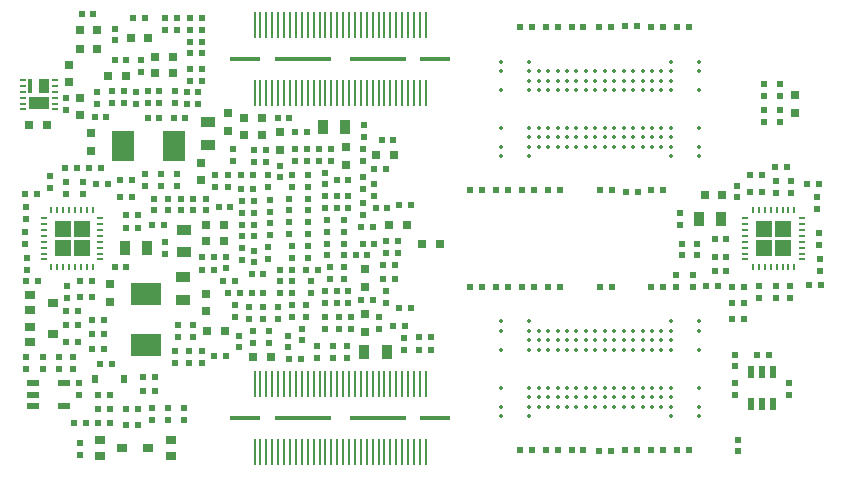
<source format=gbp>
%FSLAX44Y44*%
%MOMM*%
G71*
G01*
G75*
G04 Layer_Color=128*
%ADD10C,0.3500*%
%ADD11R,1.6000X3.9000*%
%ADD12R,5.2000X5.2000*%
%ADD13R,0.6000X0.2500*%
%ADD14R,0.2500X0.6000*%
%ADD15R,0.5000X0.6000*%
%ADD16R,0.2500X0.5000*%
%ADD17R,2.4000X0.8400*%
%ADD18R,3.4000X4.0000*%
%ADD19R,0.9000X0.4500*%
%ADD20R,0.6000X0.5000*%
%ADD21R,0.5000X0.5000*%
%ADD22R,0.5000X0.5000*%
%ADD23R,0.8000X0.8000*%
%ADD24R,0.7500X1.4000*%
%ADD25R,0.8000X0.8000*%
%ADD26R,1.8288X3.4290*%
%ADD27R,3.4290X1.8288*%
%ADD28R,0.9000X1.6000*%
%ADD29R,1.6000X0.9000*%
%ADD30R,1.2000X0.5800*%
%ADD31C,1.0160*%
%ADD32C,0.4000*%
%ADD33C,0.6350*%
%ADD34R,0.7000X0.9000*%
%ADD35C,0.0930*%
%ADD36C,0.3000*%
%ADD37C,0.0900*%
%ADD38C,0.2500*%
%ADD39C,0.4000*%
%ADD40C,0.1010*%
%ADD41C,0.2000*%
%ADD42C,0.5000*%
%ADD43C,0.7000*%
%ADD44C,5.0000*%
%ADD45C,0.2700*%
%ADD46C,0.4500*%
%ADD47C,0.1000*%
%ADD48C,3.6830*%
%ADD49C,0.0800*%
%ADD50C,0.6000*%
%ADD51C,0.8000*%
%ADD52C,0.0850*%
%ADD53C,1.2500*%
%ADD54R,1.9000X2.6000*%
%ADD55R,0.2800X2.2700*%
%ADD56R,2.5400X0.4300*%
%ADD57R,4.7000X0.4300*%
%ADD58R,1.3000X0.9000*%
%ADD59R,0.9000X1.3000*%
%ADD60R,0.5588X0.6858*%
%ADD61R,0.9000X0.7000*%
%ADD62R,1.8000X1.1250*%
%ADD63R,0.4800X0.2300*%
%ADD64R,0.4000X1.1900*%
%ADD65R,0.9000X1.1900*%
%ADD66R,3.3000X3.3000*%
%ADD67R,0.6000X0.2300*%
%ADD68R,0.2300X0.6000*%
%ADD69R,2.6000X1.9000*%
%ADD70R,1.0000X0.5500*%
%ADD71R,0.5500X1.0000*%
%ADD72C,0.3500*%
%ADD73C,0.2800*%
%ADD74C,0.2200*%
%ADD75C,0.4500*%
%ADD76C,0.1500*%
%ADD77C,0.2540*%
%ADD78C,0.1270*%
%ADD79R,2.4000X2.4000*%
%ADD80R,5.2508X5.2508*%
%ADD81R,0.6600X0.3100*%
%ADD82R,0.3100X0.6600*%
%ADD83R,0.7032X0.8032*%
%ADD84R,0.3900X0.6400*%
%ADD85R,2.5400X0.9800*%
%ADD86R,3.6032X4.2032*%
%ADD87R,1.1032X0.6532*%
%ADD88R,0.8032X0.7032*%
%ADD89R,0.7032X0.7032*%
%ADD90R,0.7032X0.7032*%
%ADD91R,1.0032X1.0032*%
%ADD92R,0.9532X1.6032*%
%ADD93R,1.0032X1.0032*%
%ADD94R,2.0320X3.6322*%
%ADD95R,3.6322X2.0320*%
%ADD96R,1.1032X1.8032*%
%ADD97R,1.8032X1.1032*%
%ADD98R,1.4032X0.7832*%
%ADD99C,1.3160*%
%ADD100C,0.5000*%
%ADD101C,0.7366*%
%ADD102R,0.9032X1.1032*%
%ADD103C,5.2032*%
%ADD104C,0.2032*%
%ADD105R,2.1032X2.8032*%
%ADD106R,0.3816X2.3716*%
%ADD107R,2.6924X0.5824*%
%ADD108R,4.8524X0.5824*%
%ADD109R,1.5032X1.1032*%
%ADD110R,1.1032X1.5032*%
%ADD111R,0.7112X0.8382*%
%ADD112R,1.1032X0.9032*%
%ADD113R,1.8508X1.1758*%
%ADD114R,0.6324X0.3824*%
%ADD115R,0.5524X1.3424*%
%ADD116R,0.9508X1.2408*%
%ADD117R,3.4016X3.4016*%
%ADD118R,0.7016X0.3316*%
%ADD119R,0.3316X0.7016*%
%ADD120R,2.8032X2.1032*%
%ADD121R,1.2032X0.7532*%
%ADD122R,0.7532X1.2032*%
%ADD123R,1.4000X1.4000*%
D10*
X560000Y58000D02*
D03*
X552000D02*
D03*
X544000D02*
D03*
X536000D02*
D03*
X528000D02*
D03*
X520000D02*
D03*
X512000D02*
D03*
X504000D02*
D03*
X496000D02*
D03*
X488000D02*
D03*
X480000D02*
D03*
X472000D02*
D03*
X464000D02*
D03*
X456000D02*
D03*
X448000D02*
D03*
X440000D02*
D03*
X560000Y66000D02*
D03*
X552000D02*
D03*
X544000D02*
D03*
X536000D02*
D03*
X528000D02*
D03*
X520000D02*
D03*
X512000D02*
D03*
X504000D02*
D03*
X496000D02*
D03*
X488000D02*
D03*
X480000D02*
D03*
X472000D02*
D03*
X464000D02*
D03*
X456000D02*
D03*
X448000D02*
D03*
X440000D02*
D03*
X560000Y74000D02*
D03*
X552000D02*
D03*
X544000D02*
D03*
X536000D02*
D03*
X528000D02*
D03*
X520000D02*
D03*
X512000D02*
D03*
X504000D02*
D03*
X496000D02*
D03*
X488000D02*
D03*
X480000D02*
D03*
X472000D02*
D03*
X464000D02*
D03*
X456000D02*
D03*
X448000D02*
D03*
X440000D02*
D03*
X560000Y106000D02*
D03*
X552000D02*
D03*
X544000D02*
D03*
X536000D02*
D03*
X528000D02*
D03*
X520000D02*
D03*
X512000D02*
D03*
X504000D02*
D03*
X496000D02*
D03*
X488000D02*
D03*
X480000D02*
D03*
X472000D02*
D03*
X464000D02*
D03*
X456000D02*
D03*
X448000D02*
D03*
X440000D02*
D03*
X560000Y114000D02*
D03*
X552000D02*
D03*
X544000D02*
D03*
X536000D02*
D03*
X528000D02*
D03*
X520000D02*
D03*
X512000D02*
D03*
X504000D02*
D03*
X496000D02*
D03*
X488000D02*
D03*
X480000D02*
D03*
X472000D02*
D03*
X464000D02*
D03*
X456000D02*
D03*
X448000D02*
D03*
X440000D02*
D03*
X560000Y122000D02*
D03*
X552000D02*
D03*
X544000D02*
D03*
X536000D02*
D03*
X528000D02*
D03*
X520000D02*
D03*
X512000D02*
D03*
X504000D02*
D03*
X496000D02*
D03*
X488000D02*
D03*
X480000D02*
D03*
X472000D02*
D03*
X464000D02*
D03*
X456000D02*
D03*
X448000D02*
D03*
X440000D02*
D03*
Y130000D02*
D03*
Y50000D02*
D03*
X560000D02*
D03*
Y130000D02*
D03*
X584000Y74000D02*
D03*
Y106000D02*
D03*
X416000Y74000D02*
D03*
Y106000D02*
D03*
Y130000D02*
D03*
Y122000D02*
D03*
Y50000D02*
D03*
Y58000D02*
D03*
X584000D02*
D03*
Y50000D02*
D03*
Y122000D02*
D03*
Y130000D02*
D03*
X560000Y278000D02*
D03*
X552000D02*
D03*
X544000D02*
D03*
X536000D02*
D03*
X528000D02*
D03*
X520000D02*
D03*
X512000D02*
D03*
X504000D02*
D03*
X496000D02*
D03*
X488000D02*
D03*
X480000D02*
D03*
X472000D02*
D03*
X464000D02*
D03*
X456000D02*
D03*
X448000D02*
D03*
X440000D02*
D03*
X560000Y286000D02*
D03*
X552000D02*
D03*
X544000D02*
D03*
X536000D02*
D03*
X528000D02*
D03*
X520000D02*
D03*
X512000D02*
D03*
X504000D02*
D03*
X496000D02*
D03*
X488000D02*
D03*
X480000D02*
D03*
X472000D02*
D03*
X464000D02*
D03*
X456000D02*
D03*
X448000D02*
D03*
X440000D02*
D03*
X560000Y294000D02*
D03*
X552000D02*
D03*
X544000D02*
D03*
X536000D02*
D03*
X528000D02*
D03*
X520000D02*
D03*
X512000D02*
D03*
X504000D02*
D03*
X496000D02*
D03*
X488000D02*
D03*
X480000D02*
D03*
X472000D02*
D03*
X464000D02*
D03*
X456000D02*
D03*
X448000D02*
D03*
X440000D02*
D03*
X560000Y326000D02*
D03*
X552000D02*
D03*
X544000D02*
D03*
X536000D02*
D03*
X528000D02*
D03*
X520000D02*
D03*
X512000D02*
D03*
X504000D02*
D03*
X496000D02*
D03*
X488000D02*
D03*
X480000D02*
D03*
X472000D02*
D03*
X464000D02*
D03*
X456000D02*
D03*
X448000D02*
D03*
X440000D02*
D03*
X560000Y334000D02*
D03*
X552000D02*
D03*
X544000D02*
D03*
X536000D02*
D03*
X528000D02*
D03*
X520000D02*
D03*
X512000D02*
D03*
X504000D02*
D03*
X496000D02*
D03*
X488000D02*
D03*
X480000D02*
D03*
X472000D02*
D03*
X464000D02*
D03*
X456000D02*
D03*
X448000D02*
D03*
X440000D02*
D03*
X560000Y342000D02*
D03*
X552000D02*
D03*
X544000D02*
D03*
X536000D02*
D03*
X528000D02*
D03*
X520000D02*
D03*
X512000D02*
D03*
X504000D02*
D03*
X496000D02*
D03*
X488000D02*
D03*
X480000D02*
D03*
X472000D02*
D03*
X464000D02*
D03*
X456000D02*
D03*
X448000D02*
D03*
X440000D02*
D03*
Y350000D02*
D03*
Y270000D02*
D03*
X560000D02*
D03*
Y350000D02*
D03*
X584000Y294000D02*
D03*
Y326000D02*
D03*
X416000Y294000D02*
D03*
Y326000D02*
D03*
Y350000D02*
D03*
Y342000D02*
D03*
Y270000D02*
D03*
Y278000D02*
D03*
X584000D02*
D03*
Y270000D02*
D03*
Y342000D02*
D03*
Y350000D02*
D03*
D15*
X241750Y290750D02*
D03*
X251750D02*
D03*
X109000Y42000D02*
D03*
X99000D02*
D03*
X83000Y246000D02*
D03*
X73000D02*
D03*
X77500Y260000D02*
D03*
X67500D02*
D03*
X70000Y119000D02*
D03*
X80000D02*
D03*
X315000Y284000D02*
D03*
X325000D02*
D03*
X499000Y20000D02*
D03*
X509000D02*
D03*
X340000Y141000D02*
D03*
X330000D02*
D03*
X532000Y240000D02*
D03*
X522000D02*
D03*
X183000Y101000D02*
D03*
X173000D02*
D03*
Y185000D02*
D03*
X163000D02*
D03*
X187000Y227000D02*
D03*
X177000D02*
D03*
X80000Y131000D02*
D03*
X70000D02*
D03*
X77000Y94000D02*
D03*
X87000D02*
D03*
X80000Y107000D02*
D03*
X70000D02*
D03*
X633000Y102000D02*
D03*
X643000D02*
D03*
X85000Y68000D02*
D03*
X75000D02*
D03*
X72000Y303000D02*
D03*
X82000D02*
D03*
X85000Y44000D02*
D03*
X75000D02*
D03*
X121000Y212000D02*
D03*
X131000D02*
D03*
X60000Y164000D02*
D03*
X70000D02*
D03*
Y151000D02*
D03*
X60000D02*
D03*
X55000Y44000D02*
D03*
X65000D02*
D03*
X48000Y127000D02*
D03*
X58000D02*
D03*
Y139000D02*
D03*
X48000D02*
D03*
X104000Y250000D02*
D03*
X94000D02*
D03*
X612000Y146000D02*
D03*
X622000D02*
D03*
Y159000D02*
D03*
X612000D02*
D03*
X57000Y260000D02*
D03*
X47000D02*
D03*
X627000Y240000D02*
D03*
X637000D02*
D03*
X627000Y254000D02*
D03*
X637000D02*
D03*
X648000Y261000D02*
D03*
X658000D02*
D03*
X590000Y160000D02*
D03*
X600000D02*
D03*
X612000Y132000D02*
D03*
X622000D02*
D03*
X531000Y380000D02*
D03*
X521000D02*
D03*
X109000Y56000D02*
D03*
X99000D02*
D03*
X123000Y71000D02*
D03*
X113000D02*
D03*
Y83000D02*
D03*
X123000D02*
D03*
X85000Y56000D02*
D03*
X75000D02*
D03*
X58000Y113000D02*
D03*
X48000D02*
D03*
D20*
X155000Y127000D02*
D03*
Y117000D02*
D03*
X134000Y47000D02*
D03*
Y57000D02*
D03*
X652000Y321000D02*
D03*
Y331000D02*
D03*
Y309000D02*
D03*
Y299000D02*
D03*
X206000Y112000D02*
D03*
Y122000D02*
D03*
X166000Y224000D02*
D03*
Y234000D02*
D03*
X248000Y124000D02*
D03*
Y114000D02*
D03*
X274000Y109000D02*
D03*
Y99000D02*
D03*
X236000Y118000D02*
D03*
Y108000D02*
D03*
X334000Y116000D02*
D03*
Y106000D02*
D03*
X189000Y266000D02*
D03*
Y276000D02*
D03*
X54000Y90000D02*
D03*
Y100000D02*
D03*
X121000Y47000D02*
D03*
Y57000D02*
D03*
X614000Y102000D02*
D03*
Y92000D02*
D03*
X617000Y20000D02*
D03*
Y30000D02*
D03*
X220000Y112000D02*
D03*
Y122000D02*
D03*
X14000Y90000D02*
D03*
Y100000D02*
D03*
X28000D02*
D03*
Y90000D02*
D03*
X42000Y90000D02*
D03*
Y100000D02*
D03*
X300000Y286000D02*
D03*
Y296000D02*
D03*
X286000Y109000D02*
D03*
Y99000D02*
D03*
X140000Y105000D02*
D03*
Y95000D02*
D03*
X260000Y109000D02*
D03*
Y99000D02*
D03*
X143000Y117000D02*
D03*
Y127000D02*
D03*
X185000Y254000D02*
D03*
Y244000D02*
D03*
X74000Y324000D02*
D03*
Y314000D02*
D03*
X132000Y187000D02*
D03*
Y197000D02*
D03*
X134000Y234000D02*
D03*
Y224000D02*
D03*
X14000Y217000D02*
D03*
Y227000D02*
D03*
X15000Y184000D02*
D03*
Y174000D02*
D03*
X62000Y248000D02*
D03*
Y238000D02*
D03*
X49000Y150000D02*
D03*
Y160000D02*
D03*
X122000Y224000D02*
D03*
Y234000D02*
D03*
X115000Y245000D02*
D03*
Y255000D02*
D03*
X34000Y253000D02*
D03*
Y243000D02*
D03*
X568000Y212000D02*
D03*
Y222000D02*
D03*
X569000Y186000D02*
D03*
Y196000D02*
D03*
X564000Y169000D02*
D03*
Y159000D02*
D03*
X684000Y225000D02*
D03*
Y235000D02*
D03*
X686000Y183000D02*
D03*
Y173000D02*
D03*
X635000Y160000D02*
D03*
Y150000D02*
D03*
X649000Y239000D02*
D03*
Y249000D02*
D03*
X582000Y186000D02*
D03*
Y196000D02*
D03*
X579000Y159000D02*
D03*
Y169000D02*
D03*
X661000Y160000D02*
D03*
Y150000D02*
D03*
X152000Y105000D02*
D03*
Y95000D02*
D03*
X128000Y245000D02*
D03*
Y255000D02*
D03*
X142000D02*
D03*
Y245000D02*
D03*
X649000Y160000D02*
D03*
Y150000D02*
D03*
X48000Y238000D02*
D03*
Y248000D02*
D03*
X662000Y239000D02*
D03*
Y249000D02*
D03*
X60000Y27000D02*
D03*
Y17000D02*
D03*
X148000Y57000D02*
D03*
Y47000D02*
D03*
D21*
X531000Y21000D02*
D03*
X521000D02*
D03*
X335000Y126000D02*
D03*
X325000D02*
D03*
X237000Y98000D02*
D03*
X247000D02*
D03*
X500000Y159000D02*
D03*
X510000D02*
D03*
X357000Y117000D02*
D03*
X347000D02*
D03*
X510000Y241000D02*
D03*
X500000D02*
D03*
X442000Y21000D02*
D03*
X432000D02*
D03*
X486000D02*
D03*
X476000D02*
D03*
X454000D02*
D03*
X464000D02*
D03*
X543000D02*
D03*
X553000D02*
D03*
X565000Y379000D02*
D03*
X575000D02*
D03*
X454000D02*
D03*
X464000D02*
D03*
X442000D02*
D03*
X432000D02*
D03*
X553000D02*
D03*
X543000D02*
D03*
X486000D02*
D03*
X476000D02*
D03*
X390000Y241000D02*
D03*
X400000D02*
D03*
X565000Y21000D02*
D03*
X575000D02*
D03*
X553000Y159000D02*
D03*
X543000D02*
D03*
X422000D02*
D03*
X412000D02*
D03*
X456000D02*
D03*
X466000D02*
D03*
X444000D02*
D03*
X434000D02*
D03*
X390000D02*
D03*
X400000D02*
D03*
X422000Y241000D02*
D03*
X412000D02*
D03*
X456000D02*
D03*
X466000D02*
D03*
X444000D02*
D03*
X434000D02*
D03*
X553000D02*
D03*
X543000D02*
D03*
X239000Y154000D02*
D03*
X229000D02*
D03*
X197000Y212000D02*
D03*
X207000D02*
D03*
X237000Y302000D02*
D03*
X227000D02*
D03*
X191000Y164000D02*
D03*
X181000D02*
D03*
X185000Y154000D02*
D03*
X195000D02*
D03*
X173000Y174000D02*
D03*
X163000D02*
D03*
X261000D02*
D03*
X251000D02*
D03*
X197000Y202000D02*
D03*
X207000D02*
D03*
X239000Y174000D02*
D03*
X229000D02*
D03*
X293000Y186000D02*
D03*
X303000D02*
D03*
X308000Y148000D02*
D03*
X298000D02*
D03*
X299000Y196000D02*
D03*
X309000D02*
D03*
X277000Y226000D02*
D03*
X287000D02*
D03*
X308000Y210000D02*
D03*
X298000D02*
D03*
X277000Y250000D02*
D03*
X287000D02*
D03*
X287000Y236000D02*
D03*
X277000D02*
D03*
X207000Y265000D02*
D03*
X217000D02*
D03*
X217000Y275000D02*
D03*
X207000D02*
D03*
X239000Y164000D02*
D03*
X229000D02*
D03*
X215000Y170000D02*
D03*
X205000D02*
D03*
X215000Y154000D02*
D03*
X205000D02*
D03*
X196000Y254000D02*
D03*
X206000D02*
D03*
X197000Y232000D02*
D03*
X207000D02*
D03*
X316000Y166000D02*
D03*
X326000D02*
D03*
X316000Y178000D02*
D03*
X326000D02*
D03*
X207000Y222000D02*
D03*
X197000D02*
D03*
X196000Y242000D02*
D03*
X206000D02*
D03*
X319000Y259000D02*
D03*
X309000D02*
D03*
X310000Y226000D02*
D03*
X320000D02*
D03*
X329000Y188000D02*
D03*
X319000D02*
D03*
Y198000D02*
D03*
X329000D02*
D03*
X340000Y229000D02*
D03*
X330000D02*
D03*
X149000Y302000D02*
D03*
X139000D02*
D03*
X127000D02*
D03*
X117000D02*
D03*
X71000Y390000D02*
D03*
X61000D02*
D03*
X89000Y351000D02*
D03*
X99000D02*
D03*
X153000Y357000D02*
D03*
X163000D02*
D03*
X163000Y344000D02*
D03*
X153000D02*
D03*
X153000Y367000D02*
D03*
X163000D02*
D03*
X97000Y315000D02*
D03*
X87000D02*
D03*
X97000Y325000D02*
D03*
X87000D02*
D03*
X153000Y334000D02*
D03*
X163000D02*
D03*
X99000Y176000D02*
D03*
X89000D02*
D03*
X109000Y220000D02*
D03*
X99000D02*
D03*
X24000Y164000D02*
D03*
X14000D02*
D03*
X23000Y238000D02*
D03*
X13000D02*
D03*
X99000Y209000D02*
D03*
X109000D02*
D03*
X104000Y235000D02*
D03*
X94000D02*
D03*
X607000Y185000D02*
D03*
X597000D02*
D03*
X685000Y246000D02*
D03*
X675000D02*
D03*
X687000Y161000D02*
D03*
X677000D02*
D03*
X597000Y200000D02*
D03*
X607000D02*
D03*
Y173000D02*
D03*
X597000D02*
D03*
X509000Y379000D02*
D03*
X499000D02*
D03*
X347000Y106000D02*
D03*
X357000D02*
D03*
X155000Y224000D02*
D03*
X145000D02*
D03*
X155000Y234000D02*
D03*
X145000D02*
D03*
X105000Y387000D02*
D03*
X115000D02*
D03*
D22*
X215000Y142000D02*
D03*
Y132000D02*
D03*
X203000D02*
D03*
Y142000D02*
D03*
X197000Y192000D02*
D03*
Y182000D02*
D03*
X239000Y144000D02*
D03*
Y134000D02*
D03*
X267000Y124000D02*
D03*
Y134000D02*
D03*
X313000D02*
D03*
Y124000D02*
D03*
X660000Y68000D02*
D03*
Y78000D02*
D03*
X614000D02*
D03*
Y68000D02*
D03*
X59000Y78000D02*
D03*
Y68000D02*
D03*
X255000Y164000D02*
D03*
Y154000D02*
D03*
X221000Y203000D02*
D03*
Y213000D02*
D03*
X237000Y214000D02*
D03*
Y204000D02*
D03*
X253000Y214000D02*
D03*
Y204000D02*
D03*
X269000Y216000D02*
D03*
Y206000D02*
D03*
X283000D02*
D03*
Y216000D02*
D03*
X253000Y194000D02*
D03*
Y184000D02*
D03*
X219000Y183000D02*
D03*
Y193000D02*
D03*
X239000Y194000D02*
D03*
Y184000D02*
D03*
X283000Y196000D02*
D03*
Y186000D02*
D03*
X267000Y156000D02*
D03*
Y146000D02*
D03*
X277000D02*
D03*
Y156000D02*
D03*
X287000D02*
D03*
Y146000D02*
D03*
X299000Y220000D02*
D03*
Y230000D02*
D03*
X283000Y166000D02*
D03*
Y176000D02*
D03*
X271000D02*
D03*
Y166000D02*
D03*
X267000Y236000D02*
D03*
Y226000D02*
D03*
X219000Y254000D02*
D03*
Y244000D02*
D03*
X237000Y234000D02*
D03*
Y224000D02*
D03*
X253000D02*
D03*
Y234000D02*
D03*
X221000Y223000D02*
D03*
Y233000D02*
D03*
X267000Y246000D02*
D03*
Y256000D02*
D03*
X229000Y262000D02*
D03*
Y252000D02*
D03*
X253000Y254000D02*
D03*
Y244000D02*
D03*
X239000D02*
D03*
Y254000D02*
D03*
X269000Y196000D02*
D03*
Y186000D02*
D03*
X183000Y175000D02*
D03*
Y185000D02*
D03*
X207000Y180000D02*
D03*
Y190000D02*
D03*
X262000Y276000D02*
D03*
Y266000D02*
D03*
X279000Y134000D02*
D03*
Y124000D02*
D03*
X252000Y276000D02*
D03*
Y266000D02*
D03*
X251000Y144000D02*
D03*
Y134000D02*
D03*
X191000D02*
D03*
Y144000D02*
D03*
X174000Y244000D02*
D03*
Y254000D02*
D03*
X272000Y266000D02*
D03*
Y276000D02*
D03*
X309000Y246000D02*
D03*
Y236000D02*
D03*
X299000Y252000D02*
D03*
Y242000D02*
D03*
Y266000D02*
D03*
Y276000D02*
D03*
X319000Y146000D02*
D03*
Y156000D02*
D03*
X289000Y124000D02*
D03*
Y134000D02*
D03*
X242000Y266000D02*
D03*
Y276000D02*
D03*
X227000Y142000D02*
D03*
Y132000D02*
D03*
X48000Y309000D02*
D03*
Y319000D02*
D03*
X107000Y324000D02*
D03*
Y314000D02*
D03*
X89000Y378000D02*
D03*
Y368000D02*
D03*
X153000Y387000D02*
D03*
Y377000D02*
D03*
X160000Y314000D02*
D03*
Y324000D02*
D03*
X140000Y325000D02*
D03*
Y315000D02*
D03*
X127000D02*
D03*
Y325000D02*
D03*
X142000Y387000D02*
D03*
Y377000D02*
D03*
X117000Y315000D02*
D03*
Y325000D02*
D03*
X163000Y387000D02*
D03*
Y377000D02*
D03*
X150000Y324000D02*
D03*
Y314000D02*
D03*
X13000Y196000D02*
D03*
Y206000D02*
D03*
X616000Y235000D02*
D03*
Y245000D02*
D03*
X685000Y195000D02*
D03*
Y205000D02*
D03*
X111000Y341000D02*
D03*
Y351000D02*
D03*
X639000Y321000D02*
D03*
Y331000D02*
D03*
Y309000D02*
D03*
Y299000D02*
D03*
X194000Y108000D02*
D03*
Y118000D02*
D03*
X163000Y95000D02*
D03*
Y105000D02*
D03*
X132000Y387000D02*
D03*
Y377000D02*
D03*
D23*
X166500Y212000D02*
D03*
X181500D02*
D03*
X321500D02*
D03*
X336500D02*
D03*
X181500Y198000D02*
D03*
X166500D02*
D03*
X198500Y288000D02*
D03*
X213500D02*
D03*
X182500Y122000D02*
D03*
X167500D02*
D03*
X364500Y196000D02*
D03*
X349500D02*
D03*
X310500Y271000D02*
D03*
X325500D02*
D03*
X31500Y296000D02*
D03*
X16500D02*
D03*
X59500Y377000D02*
D03*
X74500D02*
D03*
X138500Y354000D02*
D03*
X123500D02*
D03*
X138500Y340000D02*
D03*
X123500D02*
D03*
X83500Y338000D02*
D03*
X98500D02*
D03*
X213500Y302000D02*
D03*
X198500D02*
D03*
X588500Y237000D02*
D03*
X603500D02*
D03*
X206500Y100000D02*
D03*
X221500D02*
D03*
X74500Y361000D02*
D03*
X59500D02*
D03*
X117500Y370000D02*
D03*
X102500D02*
D03*
D25*
X229000Y290500D02*
D03*
Y275500D02*
D03*
X166000Y153500D02*
D03*
Y138500D02*
D03*
X301000Y121500D02*
D03*
Y136500D02*
D03*
Y159500D02*
D03*
Y174500D02*
D03*
X162000Y249500D02*
D03*
Y264500D02*
D03*
X285000Y262500D02*
D03*
Y277500D02*
D03*
X50000Y332500D02*
D03*
Y347500D02*
D03*
X85000Y161500D02*
D03*
Y146500D02*
D03*
X185000Y306500D02*
D03*
Y291500D02*
D03*
X69000Y274500D02*
D03*
Y289500D02*
D03*
X665000Y321500D02*
D03*
Y306500D02*
D03*
X60000Y319500D02*
D03*
Y304500D02*
D03*
D54*
X96000Y278500D02*
D03*
X139000D02*
D03*
D55*
X352500Y19300D02*
D03*
X347500D02*
D03*
X342500D02*
D03*
X337500D02*
D03*
X332500D02*
D03*
X327500D02*
D03*
X322500D02*
D03*
X317500D02*
D03*
X312500D02*
D03*
X307500D02*
D03*
X302500D02*
D03*
X297500D02*
D03*
X292500D02*
D03*
X287500D02*
D03*
X282500D02*
D03*
X277500D02*
D03*
X272500D02*
D03*
X267500D02*
D03*
X262500D02*
D03*
X257500D02*
D03*
X252500D02*
D03*
X247500D02*
D03*
X242500D02*
D03*
X237500D02*
D03*
X232500D02*
D03*
X227500D02*
D03*
X222500D02*
D03*
X217500D02*
D03*
X212500D02*
D03*
X207500D02*
D03*
X352500Y76700D02*
D03*
X347500D02*
D03*
X342500D02*
D03*
X337500D02*
D03*
X332500D02*
D03*
X327500D02*
D03*
X322500D02*
D03*
X317500D02*
D03*
X312500D02*
D03*
X307500D02*
D03*
X302500D02*
D03*
X297500D02*
D03*
X292500D02*
D03*
X287500D02*
D03*
X282500D02*
D03*
X277500D02*
D03*
X272500D02*
D03*
X267500D02*
D03*
X262500D02*
D03*
X257500D02*
D03*
X252500D02*
D03*
X247500D02*
D03*
X242500D02*
D03*
X237500D02*
D03*
X232500D02*
D03*
X227500D02*
D03*
X222500D02*
D03*
X217500D02*
D03*
X212500D02*
D03*
X207500D02*
D03*
X352500Y323300D02*
D03*
X347500D02*
D03*
X342500D02*
D03*
X337500D02*
D03*
X332500D02*
D03*
X327500D02*
D03*
X322500D02*
D03*
X317500D02*
D03*
X312500D02*
D03*
X307500D02*
D03*
X302500D02*
D03*
X297500D02*
D03*
X292500D02*
D03*
X287500D02*
D03*
X282500D02*
D03*
X277500D02*
D03*
X272500D02*
D03*
X267500D02*
D03*
X262500D02*
D03*
X257500D02*
D03*
X252500D02*
D03*
X247500D02*
D03*
X242500D02*
D03*
X237500D02*
D03*
X232500D02*
D03*
X227500D02*
D03*
X222500D02*
D03*
X217500D02*
D03*
X212500D02*
D03*
X207500D02*
D03*
X352500Y380700D02*
D03*
X347500D02*
D03*
X342500D02*
D03*
X337500D02*
D03*
X332500D02*
D03*
X327500D02*
D03*
X322500D02*
D03*
X317500D02*
D03*
X312500D02*
D03*
X307500D02*
D03*
X302500D02*
D03*
X297500D02*
D03*
X292500D02*
D03*
X287500D02*
D03*
X282500D02*
D03*
X277500D02*
D03*
X272500D02*
D03*
X267500D02*
D03*
X262500D02*
D03*
X257500D02*
D03*
X252500D02*
D03*
X247500D02*
D03*
X242500D02*
D03*
X237500D02*
D03*
X232500D02*
D03*
X227500D02*
D03*
X222500D02*
D03*
X217500D02*
D03*
X212500D02*
D03*
X207500D02*
D03*
D56*
X360650Y48000D02*
D03*
X199350D02*
D03*
X360650Y352000D02*
D03*
X199350D02*
D03*
D57*
X311750Y48000D02*
D03*
X248250D02*
D03*
X311750Y352000D02*
D03*
X248250D02*
D03*
D58*
X148000Y207500D02*
D03*
Y188500D02*
D03*
X147000Y167500D02*
D03*
Y148500D02*
D03*
X168000Y279500D02*
D03*
Y298500D02*
D03*
D59*
X319500Y104000D02*
D03*
X300500D02*
D03*
X265500Y295000D02*
D03*
X284500D02*
D03*
X97500Y192000D02*
D03*
X116500D02*
D03*
X583500Y217000D02*
D03*
X602500D02*
D03*
D60*
X97192Y81000D02*
D03*
X72808D02*
D03*
D61*
X76500Y16500D02*
D03*
Y29500D02*
D03*
X95500Y23000D02*
D03*
X17500Y139500D02*
D03*
Y152500D02*
D03*
X36500Y146000D02*
D03*
X17500Y112500D02*
D03*
Y125500D02*
D03*
X36500Y119000D02*
D03*
X136500Y29500D02*
D03*
Y16500D02*
D03*
X117500Y23000D02*
D03*
D62*
X25000Y315015D02*
D03*
D63*
X38600Y334500D02*
D03*
Y329500D02*
D03*
Y324500D02*
D03*
Y319500D02*
D03*
Y314500D02*
D03*
Y309500D02*
D03*
X11400Y334500D02*
D03*
Y329500D02*
D03*
Y324500D02*
D03*
Y319500D02*
D03*
Y314500D02*
D03*
Y309500D02*
D03*
D64*
X17300Y329300D02*
D03*
D65*
X29500D02*
D03*
D67*
X77000Y217500D02*
D03*
Y212500D02*
D03*
Y207500D02*
D03*
Y202500D02*
D03*
Y197500D02*
D03*
Y192500D02*
D03*
Y187500D02*
D03*
Y182500D02*
D03*
X29000D02*
D03*
Y187500D02*
D03*
Y192500D02*
D03*
Y197500D02*
D03*
Y202500D02*
D03*
Y207500D02*
D03*
Y212500D02*
D03*
Y217500D02*
D03*
X623000Y182500D02*
D03*
Y187500D02*
D03*
Y192500D02*
D03*
Y197500D02*
D03*
Y202500D02*
D03*
Y207500D02*
D03*
Y212500D02*
D03*
Y217500D02*
D03*
X671000D02*
D03*
Y212500D02*
D03*
Y207500D02*
D03*
Y202500D02*
D03*
Y197500D02*
D03*
Y192500D02*
D03*
Y187500D02*
D03*
Y182500D02*
D03*
D68*
X70500Y176000D02*
D03*
X65500D02*
D03*
X60500D02*
D03*
X55500D02*
D03*
X50500D02*
D03*
X45500D02*
D03*
X40500D02*
D03*
X35500D02*
D03*
Y224000D02*
D03*
X40500D02*
D03*
X45500D02*
D03*
X50500D02*
D03*
X55500D02*
D03*
X60500D02*
D03*
X65500D02*
D03*
X70500D02*
D03*
X629500D02*
D03*
X634500D02*
D03*
X639500D02*
D03*
X644500D02*
D03*
X649500D02*
D03*
X654500D02*
D03*
X659500D02*
D03*
X664500D02*
D03*
Y176000D02*
D03*
X659500D02*
D03*
X654500D02*
D03*
X649500D02*
D03*
X644500D02*
D03*
X639500D02*
D03*
X634500D02*
D03*
X629500D02*
D03*
D69*
X116000Y153500D02*
D03*
Y110500D02*
D03*
D70*
X46500Y77500D02*
D03*
Y58500D02*
D03*
X19500Y77500D02*
D03*
Y68000D02*
D03*
Y58500D02*
D03*
D71*
X646500Y60500D02*
D03*
X637000D02*
D03*
X627500D02*
D03*
X646500Y87500D02*
D03*
X627500D02*
D03*
X637000D02*
D03*
D123*
X60999Y207999D02*
D03*
X45001D02*
D03*
X60999Y192001D02*
D03*
X45001D02*
D03*
X639000Y192001D02*
D03*
X654999Y192001D02*
D03*
X639001Y207999D02*
D03*
X654999Y207999D02*
D03*
M02*

</source>
